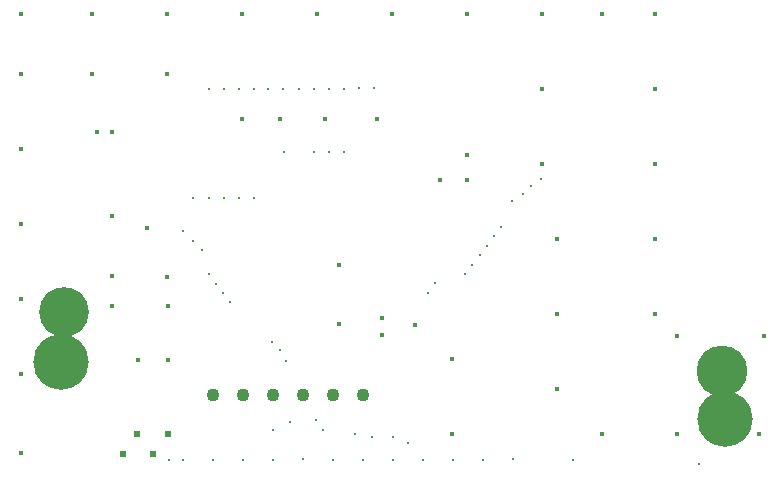
<source format=gbr>
G04 DesignSpark PCB PRO Gerber Version 10.0 Build 5299*
%FSLAX35Y35*%
%MOIN*%
%ADD105C,0.01181*%
%ADD107C,0.01600*%
%ADD106C,0.02400*%
%ADD111C,0.04331*%
%ADD109C,0.16535*%
%ADD110C,0.16929*%
%ADD108C,0.18504*%
X0Y0D02*
D02*
D105*
X191272Y57459D03*
X195969Y57376D03*
Y133594D03*
X199463Y130224D03*
Y144784D03*
X202459Y127479D03*
X204522Y144784D03*
Y181102D03*
X204705Y119328D03*
X205989Y57334D03*
X207076Y115997D03*
X209323Y113028D03*
X209522Y144784D03*
Y181014D03*
X211694Y109879D03*
X214522Y144784D03*
Y181014D03*
X215989Y57501D03*
X219522Y144784D03*
Y181014D03*
X224488D03*
X225772Y96777D03*
X225955Y57501D03*
X226110Y67318D03*
X228168Y93907D03*
X229480Y181014D03*
X229522Y160179D03*
X230415Y90407D03*
X231663Y69939D03*
X234522Y181014D03*
X235989Y57626D03*
X239522Y160179D03*
Y181014D03*
X240274Y70688D03*
X242645Y67333D03*
X244522Y160179D03*
Y181014D03*
X245989Y57334D03*
X249522Y181014D03*
X249772Y160179D03*
X253272Y66083D03*
X254522Y181227D03*
X255989Y57501D03*
X258870Y65077D03*
X259522Y181227D03*
X265989Y57501D03*
Y65077D03*
X270976Y63205D03*
X275989Y57501D03*
X277590Y113028D03*
X279961Y116246D03*
X285989Y57501D03*
X289946Y119328D03*
X292442Y122477D03*
X294938Y125607D03*
X295989Y57501D03*
X297309Y128776D03*
X299680Y131926D03*
X302052Y134929D03*
X305772Y143679D03*
X305989Y57750D03*
X309290Y146179D03*
X312036Y148679D03*
X315272Y151179D03*
X325828Y57334D03*
X368136Y56086D03*
D02*
D106*
X176000Y59498D03*
X180772Y65945D03*
X185860Y59498D03*
X190916Y65945D03*
D02*
D107*
X142022Y59833D03*
Y86083D03*
Y111083D03*
Y136083D03*
Y161083D03*
Y186083D03*
Y206083D03*
X165772Y186083D03*
Y206083D03*
X167272Y166750D03*
X172272Y138679D03*
X172445Y108716D03*
Y118700D03*
Y166750D03*
X180931Y90781D03*
X184052Y134800D03*
X190772Y186083D03*
Y206083D03*
X190791Y118363D03*
X190916Y90781D03*
Y108628D03*
X215772Y171083D03*
Y206083D03*
X228272Y171083D03*
X240772Y206083D03*
X243272Y171083D03*
X247826Y102762D03*
Y122487D03*
X260772Y171083D03*
X262489Y99148D03*
Y104833D03*
X265772Y206083D03*
X273272Y102333D03*
X281772Y150562D03*
X285772Y66083D03*
Y91156D03*
X290758Y150562D03*
Y159048D03*
X290772Y206083D03*
X315772Y156083D03*
Y181083D03*
Y206083D03*
X320772Y81083D03*
Y106083D03*
Y131083D03*
X335772Y66083D03*
Y206083D03*
X353272Y106083D03*
Y131083D03*
Y156083D03*
Y181083D03*
Y206083D03*
X360772Y66083D03*
Y98583D03*
X387980Y66082D03*
X389522Y98583D03*
D02*
D108*
X155437Y90061D03*
X376540Y71161D03*
D02*
D109*
X156264Y106596D03*
D02*
D110*
X375713Y86909D03*
D02*
D111*
X206124Y78930D03*
X216124D03*
X226124D03*
X236124D03*
X246124D03*
X256124D03*
X0Y0D02*
M02*

</source>
